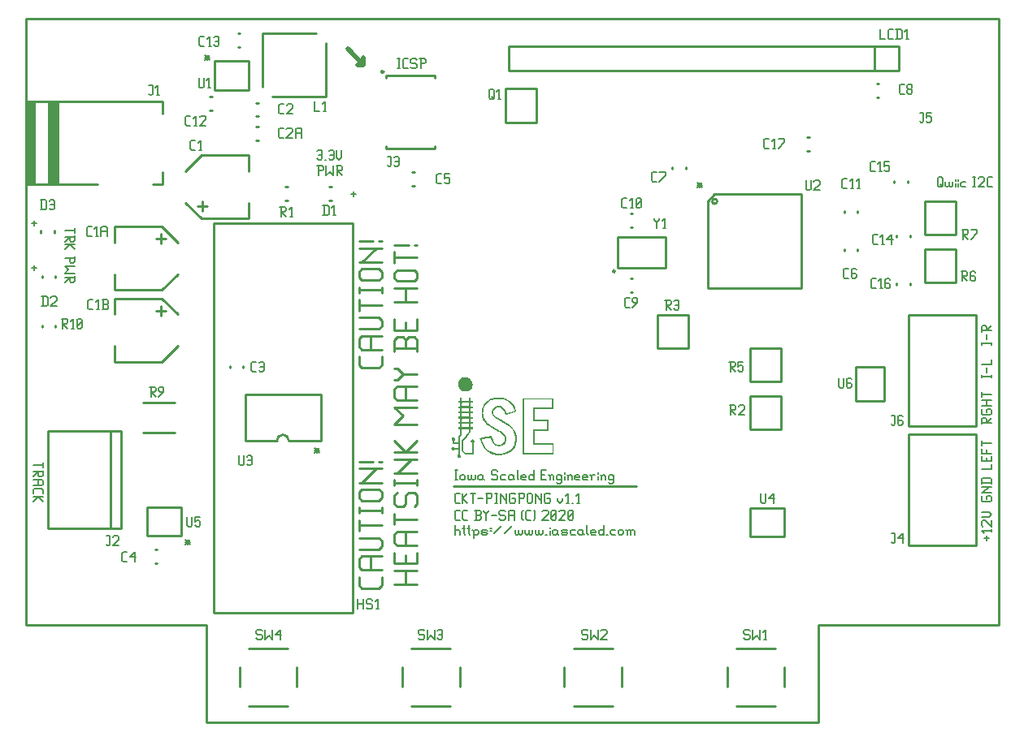
<source format=gbr>
G04 start of page 8 for group -4079 idx -4079 *
G04 Title: (unknown), topsilk *
G04 Creator: pcb 20140316 *
G04 CreationDate: Thu 20 Aug 2020 03:11:42 AM GMT UTC *
G04 For: railfan *
G04 Format: Gerber/RS-274X *
G04 PCB-Dimensions (mil): 4000.00 2900.00 *
G04 PCB-Coordinate-Origin: lower left *
%MOIN*%
%FSLAX25Y25*%
%LNTOPSILK*%
%ADD111C,0.0093*%
%ADD110C,0.0080*%
%ADD109C,0.0200*%
%ADD108C,0.0100*%
%ADD107C,0.0001*%
G54D107*G36*
X178043Y109209D02*X177647Y109480D01*
X177511Y109925D01*
X177565Y110240D01*
X177761Y110490D01*
X177891Y110604D01*
Y112486D01*
X177218D01*
X176741Y112481D01*
X176545Y112464D01*
X176453Y112340D01*
X176100Y112117D01*
X175672D01*
X175373Y112307D01*
X175189Y112600D01*
X175162Y112931D01*
X175270Y113224D01*
X175487Y113446D01*
X175802Y113566D01*
X176182Y113512D01*
X176491Y113273D01*
X176556Y113175D01*
X177224D01*
X177891Y113170D01*
Y114667D01*
X175558D01*
Y115400D01*
X175553Y116127D01*
X175455Y116197D01*
X175287Y116376D01*
X175178Y116593D01*
X175189Y117027D01*
X175373Y117315D01*
X175661Y117494D01*
X175997Y117526D01*
X176290Y117423D01*
X176513Y117201D01*
X176632Y116881D01*
X176578Y116506D01*
X176339Y116197D01*
X176242Y116127D01*
Y115351D01*
X177891D01*
Y117656D01*
X178357Y118248D01*
X178829Y118839D01*
Y120906D01*
X177918D01*
Y121693D01*
X182302D01*
Y123066D01*
X179486D01*
Y121693D01*
X178829D01*
Y123066D01*
X177918D01*
Y123825D01*
X178819D01*
Y125192D01*
X179502Y125219D01*
X179497Y124557D01*
X179491Y124086D01*
X179502Y123868D01*
X179567Y123858D01*
X179790Y123847D01*
X180224Y123841D01*
X180907Y123836D01*
X182302D01*
Y125219D01*
X179502D01*
X178819Y125192D01*
X177918D01*
Y125952D01*
X178829D01*
X179486Y125979D01*
X182302D01*
Y127352D01*
X179486D01*
Y125979D01*
X178829Y125952D01*
Y127324D01*
X177918D01*
Y128084D01*
X178819D01*
X178829Y129462D01*
X179486Y129505D01*
Y128827D01*
X179491Y128344D01*
X179508Y128127D01*
X179920Y128117D01*
X180907Y128111D01*
X182291D01*
X182296Y128800D01*
Y128816D01*
X182307Y129505D01*
X179486D01*
X178829Y129462D01*
X177918D01*
Y130222D01*
X178819D01*
Y131594D01*
X179502Y131648D01*
X179497Y130992D01*
X179491Y130515D01*
X179502Y130297D01*
X179567Y130287D01*
X179790Y130276D01*
X180224Y130270D01*
X180907Y130265D01*
X182307D01*
X182296Y130959D01*
X182291Y131648D01*
X179502D01*
X178819Y131594D01*
X177918D01*
Y132354D01*
X178829D01*
Y133596D01*
X179486D01*
Y132354D01*
X182302D01*
Y133596D01*
X182991D01*
Y132354D01*
X183902D01*
Y131594D01*
X182991D01*
Y130194D01*
X183902D01*
Y129435D01*
X182991D01*
Y128041D01*
X183902D01*
Y127281D01*
X182991D01*
Y125908D01*
X183902D01*
Y125149D01*
X182991D01*
Y123755D01*
X183902D01*
Y122995D01*
X182991D01*
Y121622D01*
X183902D01*
Y120836D01*
X182991D01*
X182985Y120250D01*
Y119658D01*
X181569Y117868D01*
X180148Y116083D01*
Y112074D01*
X181124Y111097D01*
X183544D01*
Y113219D01*
X183539Y114043D01*
Y114716D01*
X183533Y115172D01*
X183528Y115334D01*
X183403Y115427D01*
X183159Y115893D01*
X183294Y116409D01*
X183870Y116718D01*
X184472Y116447D01*
X184629Y115882D01*
X184331Y115372D01*
X184233Y115302D01*
Y110414D01*
X180842D01*
X179486Y111770D01*
Y116344D01*
X180896Y118123D01*
X182302Y119903D01*
Y120841D01*
X179486D01*
Y118503D01*
X178574Y117353D01*
Y110522D01*
X178640Y110490D01*
X178819Y110321D01*
X178949Y110088D01*
X178916Y109573D01*
X178569Y109193D01*
X178303Y109133D01*
X178043Y109144D01*
Y109209D01*
G37*
G36*
X193885Y110229D02*X192067Y110571D01*
X190483Y111293D01*
X189376Y112171D01*
X188432Y113278D01*
X187570Y114841D01*
X186924Y116696D01*
X186826Y117065D01*
X189246Y117581D01*
X190179Y117781D01*
X190955Y117944D01*
X191481Y118047D01*
X191682Y118080D01*
X191736Y117868D01*
X191785Y117618D01*
X191867Y117282D01*
X192230Y116257D01*
X192745Y115432D01*
X193391Y114824D01*
X194162Y114461D01*
X194400Y114418D01*
X194796Y114401D01*
X195187Y114418D01*
X195442Y114461D01*
X196462Y115047D01*
X197021Y116083D01*
X197075Y116712D01*
X197021Y117309D01*
X197623Y117483D01*
X197661Y116067D01*
X197303Y115117D01*
X196673Y114385D01*
X195816Y113924D01*
X194780Y113756D01*
X193451Y114059D01*
X192382Y114884D01*
X191590Y116127D01*
X191389Y116653D01*
X191243Y117157D01*
X191194Y117326D01*
X191145Y117342D01*
X190993Y117315D01*
X190635Y117239D01*
X190109Y117125D01*
X189479Y116989D01*
X188329Y116745D01*
X187792Y116626D01*
X187629Y116577D01*
Y116544D01*
X187678Y116360D01*
X187803Y115991D01*
X187949Y115584D01*
X188074Y115258D01*
X189072Y113479D01*
X190358Y112150D01*
X191932Y111282D01*
X193803Y110864D01*
X194199Y110853D01*
X194747D01*
X195295Y110869D01*
X195718Y110902D01*
X197048Y111157D01*
X198209Y111591D01*
X199109Y112123D01*
X199863Y112779D01*
X200466Y113560D01*
X200932Y114466D01*
X201160Y115161D01*
X201317Y115947D01*
X201366Y116902D01*
X201317Y117836D01*
X201090Y118823D01*
X200732Y119713D01*
X200211Y120532D01*
X199527Y121313D01*
X198827Y121959D01*
X198019Y122556D01*
X196945Y123217D01*
X195453Y124047D01*
X194308Y124682D01*
X193516Y125160D01*
X192963Y125561D01*
X192534Y125963D01*
X191986Y126749D01*
X191818Y127617D01*
X191964Y128659D01*
X192398Y129473D01*
X193103Y130037D01*
X194058Y130319D01*
X194639Y130336D01*
X195214Y130270D01*
X195984Y129977D01*
X196652Y129451D01*
X197227Y128686D01*
X197721Y127666D01*
X197807Y127466D01*
X197867Y127422D01*
X198030Y127471D01*
X198409Y127574D01*
X198919Y127726D01*
X199505Y127894D01*
X200081Y128062D01*
X200580Y128214D01*
X200938Y128317D01*
X201079Y128361D01*
X201052Y128485D01*
X200965Y128762D01*
X200840Y129104D01*
X200721Y129419D01*
X200043Y130634D01*
X199153Y131638D01*
X198079Y132413D01*
X196825Y132940D01*
X195068Y133243D01*
X193147Y133157D01*
X191400Y132696D01*
X190000Y131860D01*
X189300Y131133D01*
X188758Y130249D01*
X188389Y129223D01*
X188188Y128073D01*
X188161Y127297D01*
X188199Y126587D01*
X188438Y125605D01*
X188877Y124699D01*
X189517Y123858D01*
X190380Y123066D01*
X190922Y122659D01*
X191552Y122246D01*
X192355Y121769D01*
X193440Y121161D01*
X194167Y120760D01*
X194709Y120451D01*
X195133Y120196D01*
X195507Y119957D01*
X196939Y118747D01*
X197623Y117483D01*
X197021Y117309D01*
X196424Y118378D01*
X195165Y119425D01*
X194802Y119658D01*
X194395Y119903D01*
X193879Y120196D01*
X193185Y120575D01*
X191807Y121351D01*
X190792Y121980D01*
X190017Y122545D01*
X189360Y123125D01*
X188611Y123966D01*
X188074Y124850D01*
X187656Y126033D01*
X187526Y127346D01*
X187618Y128632D01*
X187911Y129831D01*
X188671Y131355D01*
X189832Y132538D01*
X191362Y133363D01*
X193234Y133802D01*
X194693Y133884D01*
X196077Y133759D01*
X197352Y133433D01*
X198491Y132907D01*
X199630Y132061D01*
X200569Y130976D01*
X201296Y129674D01*
X201789Y128171D01*
X201849Y127916D01*
X199647Y127276D01*
X198784Y127032D01*
X198079Y126831D01*
X197601Y126701D01*
X197422Y126657D01*
X197346Y126858D01*
X197118Y127460D01*
X196858Y128035D01*
X196098Y129104D01*
X195149Y129636D01*
X194514Y129701D01*
X193863Y129652D01*
X193006Y129180D01*
X192669Y128719D01*
X192485Y128122D01*
X192447Y127639D01*
X192485Y127227D01*
X192832Y126576D01*
X193559Y125908D01*
X193912Y125664D01*
X194351Y125388D01*
X194926Y125062D01*
X195697Y124639D01*
X196565Y124167D01*
X197248Y123782D01*
X197807Y123451D01*
X198285Y123142D01*
X199511Y122214D01*
X200477Y121226D01*
X201204Y120174D01*
X201692Y119034D01*
X201968Y117662D01*
X201974Y116230D01*
X201719Y114830D01*
X201209Y113566D01*
X200412Y112448D01*
X199370Y111537D01*
X198100Y110859D01*
X196635Y110414D01*
X195257Y110240D01*
X193885Y110235D01*
Y110229D01*
G37*
G36*
X204470Y122035D02*X205110Y122040D01*
X205104Y111141D01*
X216530D01*
Y114298D01*
X208756D01*
Y120819D01*
X214441D01*
Y123988D01*
X208756D01*
Y129771D01*
X216216D01*
Y132940D01*
X205121D01*
X205110Y122040D01*
X204470Y122035D01*
Y133564D01*
X216850D01*
Y129153D01*
X209390D01*
Y124633D01*
X215071D01*
Y120223D01*
X209407D01*
X209396Y117591D01*
X209390Y114960D01*
X217154D01*
Y110522D01*
X204470D01*
Y122035D01*
G37*
G36*
X180441Y136282D02*X179556Y136569D01*
X178791Y137128D01*
X178243Y137860D01*
X177956Y138723D01*
X177918Y139363D01*
X177999Y139982D01*
X178309Y140747D01*
X178829Y141398D01*
X179676Y141973D01*
X180647Y142216D01*
X181656Y142129D01*
X182600Y141702D01*
X183153Y141197D01*
X183577Y140579D01*
X183810Y139895D01*
X183880Y139168D01*
X183772Y138441D01*
X183506Y137768D01*
X183099Y137220D01*
X182584Y136775D01*
X181982Y136455D01*
X181331Y136282D01*
X180880Y136260D01*
X180441Y136282D01*
G37*
G54D108*X399500Y40500D02*Y289500D01*
X325500Y500D02*Y40500D01*
X399500D01*
X500Y289500D02*Y40500D01*
X399500Y289500D02*X500D01*
Y40500D02*X74500D01*
G54D109*X139000Y270500D02*Y273500D01*
Y270500D02*X136500D01*
G54D108*X74500Y40500D02*Y500D01*
X325500D01*
X176000Y97500D02*X251000D01*
G54D109*X132500Y277000D02*X139000Y270500D01*
G54D110*X153000Y273000D02*X154000D01*
X153500D02*Y269000D01*
X153000D02*X154000D01*
X155700D02*X157200D01*
X155200Y269500D02*X155700Y269000D01*
X155200Y272500D02*Y269500D01*
Y272500D02*X155700Y273000D01*
X157200D01*
X160400D02*X160900Y272500D01*
X158900Y273000D02*X160400D01*
X158400Y272500D02*X158900Y273000D01*
X158400Y272500D02*Y271500D01*
X158900Y271000D01*
X160400D01*
X160900Y270500D01*
Y269500D01*
X160400Y269000D02*X160900Y269500D01*
X158900Y269000D02*X160400D01*
X158400Y269500D02*X158900Y269000D01*
X162600Y273000D02*Y269000D01*
X162100Y273000D02*X164100D01*
X164600Y272500D01*
Y271500D01*
X164100Y271000D02*X164600Y271500D01*
X162600Y271000D02*X164100D01*
X120000Y235000D02*X120500Y235500D01*
X121500D01*
X122000Y235000D01*
Y232000D01*
X121500Y231500D02*X122000Y232000D01*
X120500Y231500D02*X121500D01*
X120000Y232000D02*X120500Y231500D01*
Y233500D02*X122000D01*
X123200Y231500D02*X123700D01*
X124900Y235000D02*X125400Y235500D01*
X126400D01*
X126900Y235000D01*
Y232000D01*
X126400Y231500D02*X126900Y232000D01*
X125400Y231500D02*X126400D01*
X124900Y232000D02*X125400Y231500D01*
Y233500D02*X126900D01*
X128100Y235500D02*Y232500D01*
X129100Y231500D01*
X130100Y232500D01*
Y235500D02*Y232500D01*
X120500Y229000D02*Y225000D01*
X120000Y229000D02*X122000D01*
X122500Y228500D01*
Y227500D01*
X122000Y227000D02*X122500Y227500D01*
X120500Y227000D02*X122000D01*
X123700Y229000D02*Y225000D01*
X125200Y226500D01*
X126700Y225000D01*
Y229000D02*Y225000D01*
X127900Y229000D02*X129900D01*
X130400Y228500D01*
Y227500D01*
X129900Y227000D02*X130400Y227500D01*
X128400Y227000D02*X129900D01*
X128400Y229000D02*Y225000D01*
Y227000D02*X130400Y225000D01*
X134000Y217500D02*X136000D01*
X135000Y218500D02*Y216500D01*
X74000Y274500D02*X76000Y272500D01*
X74000D02*X76000Y274500D01*
X74000Y273500D02*X76000D01*
X75000Y274500D02*Y272500D01*
X176500Y104000D02*X177500D01*
X177000D02*Y100000D01*
X176500D02*X177500D01*
X178700Y101500D02*Y100500D01*
Y101500D02*X179200Y102000D01*
X180200D01*
X180700Y101500D01*
Y100500D01*
X180200Y100000D02*X180700Y100500D01*
X179200Y100000D02*X180200D01*
X178700Y100500D02*X179200Y100000D01*
X181900Y102000D02*Y100500D01*
X182400Y100000D01*
X182900D01*
X183400Y100500D01*
Y102000D02*Y100500D01*
X183900Y100000D01*
X184400D01*
X184900Y100500D01*
Y102000D02*Y100500D01*
X187600Y102000D02*X188100Y101500D01*
X186600Y102000D02*X187600D01*
X186100Y101500D02*X186600Y102000D01*
X186100Y101500D02*Y100500D01*
X186600Y100000D01*
X188100Y102000D02*Y100500D01*
X188600Y100000D01*
X186600D02*X187600D01*
X188100Y100500D01*
X193600Y104000D02*X194100Y103500D01*
X192100Y104000D02*X193600D01*
X191600Y103500D02*X192100Y104000D01*
X191600Y103500D02*Y102500D01*
X192100Y102000D01*
X193600D01*
X194100Y101500D01*
Y100500D01*
X193600Y100000D02*X194100Y100500D01*
X192100Y100000D02*X193600D01*
X191600Y100500D02*X192100Y100000D01*
X195800Y102000D02*X197300D01*
X195300Y101500D02*X195800Y102000D01*
X195300Y101500D02*Y100500D01*
X195800Y100000D01*
X197300D01*
X200000Y102000D02*X200500Y101500D01*
X199000Y102000D02*X200000D01*
X198500Y101500D02*X199000Y102000D01*
X198500Y101500D02*Y100500D01*
X199000Y100000D01*
X200500Y102000D02*Y100500D01*
X201000Y100000D01*
X199000D02*X200000D01*
X200500Y100500D01*
X202200Y104000D02*Y100500D01*
X202700Y100000D01*
X204200D02*X205700D01*
X203700Y100500D02*X204200Y100000D01*
X203700Y101500D02*Y100500D01*
Y101500D02*X204200Y102000D01*
X205200D01*
X205700Y101500D01*
X203700Y101000D02*X205700D01*
Y101500D02*Y101000D01*
X208900Y104000D02*Y100000D01*
X208400D02*X208900Y100500D01*
X207400Y100000D02*X208400D01*
X206900Y100500D02*X207400Y100000D01*
X206900Y101500D02*Y100500D01*
Y101500D02*X207400Y102000D01*
X208400D01*
X208900Y101500D01*
X211900Y102000D02*X213400D01*
X211900Y100000D02*X213900D01*
X211900Y104000D02*Y100000D01*
Y104000D02*X213900D01*
X215600Y101500D02*Y100000D01*
Y101500D02*X216100Y102000D01*
X216600D01*
X217100Y101500D01*
Y100000D01*
X215100Y102000D02*X215600Y101500D01*
X219800Y102000D02*X220300Y101500D01*
X218800Y102000D02*X219800D01*
X218300Y101500D02*X218800Y102000D01*
X218300Y101500D02*Y100500D01*
X218800Y100000D01*
X219800D01*
X220300Y100500D01*
X218300Y99000D02*X218800Y98500D01*
X219800D01*
X220300Y99000D01*
Y102000D02*Y99000D01*
X221500Y103000D02*Y102500D01*
Y101500D02*Y100000D01*
X223000Y101500D02*Y100000D01*
Y101500D02*X223500Y102000D01*
X224000D01*
X224500Y101500D01*
Y100000D01*
X222500Y102000D02*X223000Y101500D01*
X226200Y100000D02*X227700D01*
X225700Y100500D02*X226200Y100000D01*
X225700Y101500D02*Y100500D01*
Y101500D02*X226200Y102000D01*
X227200D01*
X227700Y101500D01*
X225700Y101000D02*X227700D01*
Y101500D02*Y101000D01*
X229400Y100000D02*X230900D01*
X228900Y100500D02*X229400Y100000D01*
X228900Y101500D02*Y100500D01*
Y101500D02*X229400Y102000D01*
X230400D01*
X230900Y101500D01*
X228900Y101000D02*X230900D01*
Y101500D02*Y101000D01*
X232600Y101500D02*Y100000D01*
Y101500D02*X233100Y102000D01*
X234100D01*
X232100D02*X232600Y101500D01*
X235300Y103000D02*Y102500D01*
Y101500D02*Y100000D01*
X236800Y101500D02*Y100000D01*
Y101500D02*X237300Y102000D01*
X237800D01*
X238300Y101500D01*
Y100000D01*
X236300Y102000D02*X236800Y101500D01*
X241000Y102000D02*X241500Y101500D01*
X240000Y102000D02*X241000D01*
X239500Y101500D02*X240000Y102000D01*
X239500Y101500D02*Y100500D01*
X240000Y100000D01*
X241000D01*
X241500Y100500D01*
X239500Y99000D02*X240000Y98500D01*
X241000D01*
X241500Y99000D01*
Y102000D02*Y99000D01*
X177000Y83500D02*X178500D01*
X176500Y84000D02*X177000Y83500D01*
X176500Y87000D02*Y84000D01*
Y87000D02*X177000Y87500D01*
X178500D01*
X180200Y83500D02*X181700D01*
X179700Y84000D02*X180200Y83500D01*
X179700Y87000D02*Y84000D01*
Y87000D02*X180200Y87500D01*
X181700D01*
X184700Y83500D02*X186700D01*
X187200Y84000D01*
Y85000D02*Y84000D01*
X186700Y85500D02*X187200Y85000D01*
X185200Y85500D02*X186700D01*
X185200Y87500D02*Y83500D01*
X184700Y87500D02*X186700D01*
X187200Y87000D01*
Y86000D01*
X186700Y85500D02*X187200Y86000D01*
X188400Y87500D02*Y87000D01*
X189400Y86000D01*
X190400Y87000D01*
Y87500D02*Y87000D01*
X189400Y86000D02*Y83500D01*
X191600Y85500D02*X193600D01*
X196800Y87500D02*X197300Y87000D01*
X195300Y87500D02*X196800D01*
X194800Y87000D02*X195300Y87500D01*
X194800Y87000D02*Y86000D01*
X195300Y85500D01*
X196800D01*
X197300Y85000D01*
Y84000D01*
X196800Y83500D02*X197300Y84000D01*
X195300Y83500D02*X196800D01*
X194800Y84000D02*X195300Y83500D01*
X198500Y87000D02*Y83500D01*
Y87000D02*X199000Y87500D01*
X200500D01*
X201000Y87000D01*
Y83500D01*
X198500Y85500D02*X201000D01*
X204000Y84000D02*X204500Y83500D01*
X204000Y87000D02*X204500Y87500D01*
X204000Y87000D02*Y84000D01*
X206200Y83500D02*X207700D01*
X205700Y84000D02*X206200Y83500D01*
X205700Y87000D02*Y84000D01*
Y87000D02*X206200Y87500D01*
X207700D01*
X208900D02*X209400Y87000D01*
Y84000D01*
X208900Y83500D02*X209400Y84000D01*
X212400Y87000D02*X212900Y87500D01*
X214400D01*
X214900Y87000D01*
Y86000D01*
X212400Y83500D02*X214900Y86000D01*
X212400Y83500D02*X214900D01*
X216100Y84000D02*X216600Y83500D01*
X216100Y87000D02*Y84000D01*
Y87000D02*X216600Y87500D01*
X217600D01*
X218100Y87000D01*
Y84000D01*
X217600Y83500D02*X218100Y84000D01*
X216600Y83500D02*X217600D01*
X216100Y84500D02*X218100Y86500D01*
X219300Y87000D02*X219800Y87500D01*
X221300D01*
X221800Y87000D01*
Y86000D01*
X219300Y83500D02*X221800Y86000D01*
X219300Y83500D02*X221800D01*
X223000Y84000D02*X223500Y83500D01*
X223000Y87000D02*Y84000D01*
Y87000D02*X223500Y87500D01*
X224500D01*
X225000Y87000D01*
Y84000D01*
X224500Y83500D02*X225000Y84000D01*
X223500Y83500D02*X224500D01*
X223000Y84500D02*X225000Y86500D01*
G54D111*X146600Y60140D02*Y56660D01*
X145440Y55500D02*X146600Y56660D01*
X138480Y55500D02*X145440D01*
X138480D02*X137320Y56660D01*
Y60140D02*Y56660D01*
X138480Y62924D02*X146600D01*
X138480D02*X137320Y64084D01*
Y67564D02*Y64084D01*
Y67564D02*X138480Y68724D01*
X146600D01*
X141960D02*Y62924D01*
X137320Y71508D02*X145440D01*
X146600Y72668D01*
Y74988D02*Y72668D01*
Y74988D02*X145440Y76148D01*
X137320D02*X145440D01*
X137320Y83572D02*Y78932D01*
Y81252D02*X146600D01*
X137320Y88676D02*Y86356D01*
Y87516D02*X146600D01*
Y88676D02*Y86356D01*
X138480Y91460D02*X145440D01*
X138480D02*X137320Y92620D01*
Y94940D02*Y92620D01*
Y94940D02*X138480Y96100D01*
X145440D01*
X146600Y94940D02*X145440Y96100D01*
X146600Y94940D02*Y92620D01*
X145440Y91460D02*X146600Y92620D01*
X137320Y98884D02*X146600D01*
X137320D02*X138480D01*
X144280Y104684D01*
X137320D02*X146600D01*
X145440Y107468D02*X146600D01*
X137320D02*X143120D01*
G54D110*X177000Y90500D02*X178500D01*
X176500Y91000D02*X177000Y90500D01*
X176500Y94000D02*Y91000D01*
Y94000D02*X177000Y94500D01*
X178500D01*
X179700D02*Y90500D01*
Y92500D02*X181700Y94500D01*
X179700Y92500D02*X181700Y90500D01*
X182900Y94500D02*X184900D01*
X183900D02*Y90500D01*
X186100Y92500D02*X188100D01*
X189800Y94500D02*Y90500D01*
X189300Y94500D02*X191300D01*
X191800Y94000D01*
Y93000D01*
X191300Y92500D02*X191800Y93000D01*
X189800Y92500D02*X191300D01*
X193000Y94500D02*X194000D01*
X193500D02*Y90500D01*
X193000D02*X194000D01*
X195200Y94500D02*Y90500D01*
Y94500D02*Y94000D01*
X197700Y91500D01*
Y94500D02*Y90500D01*
X200900Y94500D02*X201400Y94000D01*
X199400Y94500D02*X200900D01*
X198900Y94000D02*X199400Y94500D01*
X198900Y94000D02*Y91000D01*
X199400Y90500D01*
X200900D01*
X201400Y91000D01*
Y92000D02*Y91000D01*
X200900Y92500D02*X201400Y92000D01*
X199900Y92500D02*X200900D01*
X203100Y94500D02*Y90500D01*
X202600Y94500D02*X204600D01*
X205100Y94000D01*
Y93000D01*
X204600Y92500D02*X205100Y93000D01*
X203100Y92500D02*X204600D01*
X206300Y94000D02*Y91000D01*
Y94000D02*X206800Y94500D01*
X207800D01*
X208300Y94000D01*
Y91000D01*
X207800Y90500D02*X208300Y91000D01*
X206800Y90500D02*X207800D01*
X206300Y91000D02*X206800Y90500D01*
X209500Y94500D02*Y90500D01*
Y94500D02*Y94000D01*
X212000Y91500D01*
Y94500D02*Y90500D01*
X215200Y94500D02*X215700Y94000D01*
X213700Y94500D02*X215200D01*
X213200Y94000D02*X213700Y94500D01*
X213200Y94000D02*Y91000D01*
X213700Y90500D01*
X215200D01*
X215700Y91000D01*
Y92000D02*Y91000D01*
X215200Y92500D02*X215700Y92000D01*
X214200Y92500D02*X215200D01*
X218700D02*Y91500D01*
X219700Y90500D01*
X220700Y91500D01*
Y92500D02*Y91500D01*
X222400Y90500D02*X223400D01*
X222900Y94500D02*Y90500D01*
X221900Y93500D02*X222900Y94500D01*
X224600Y90500D02*X225100D01*
X226800D02*X227800D01*
X227300Y94500D02*Y90500D01*
X226300Y93500D02*X227300Y94500D01*
X7500Y107000D02*Y105000D01*
X3500Y106000D02*X7500D01*
Y103800D02*Y101800D01*
X7000Y101300D01*
X6000D02*X7000D01*
X5500Y101800D02*X6000Y101300D01*
X5500Y103300D02*Y101800D01*
X3500Y103300D02*X7500D01*
X5500D02*X3500Y101300D01*
Y100100D02*X7000D01*
X7500Y99600D01*
Y98100D01*
X7000Y97600D01*
X3500D02*X7000D01*
X5500Y100100D02*Y97600D01*
X3500Y95900D02*Y94400D01*
X4000Y96400D02*X3500Y95900D01*
X4000Y96400D02*X7000D01*
X7500Y95900D01*
Y94400D01*
X3500Y93200D02*X7500D01*
X5500D02*X7500Y91200D01*
X5500Y93200D02*X3500Y91200D01*
X119000Y113000D02*X121000Y111000D01*
X119000D02*X121000Y113000D01*
X119000Y112000D02*X121000D01*
X120000Y113000D02*Y111000D01*
G54D111*X146600Y150640D02*Y147160D01*
X145440Y146000D02*X146600Y147160D01*
X138480Y146000D02*X145440D01*
X138480D02*X137320Y147160D01*
Y150640D02*Y147160D01*
X138480Y153424D02*X146600D01*
X138480D02*X137320Y154584D01*
Y158064D02*Y154584D01*
Y158064D02*X138480Y159224D01*
X146600D01*
X141960D02*Y153424D01*
X137320Y162008D02*X145440D01*
X146600Y163168D01*
Y165488D02*Y163168D01*
Y165488D02*X145440Y166648D01*
X137320D02*X145440D01*
X137320Y174072D02*Y169432D01*
Y171752D02*X146600D01*
X137320Y179176D02*Y176856D01*
Y178016D02*X146600D01*
Y179176D02*Y176856D01*
X138480Y181960D02*X145440D01*
X138480D02*X137320Y183120D01*
Y185440D02*Y183120D01*
Y185440D02*X138480Y186600D01*
X145440D01*
X146600Y185440D02*X145440Y186600D01*
X146600Y185440D02*Y183120D01*
X145440Y181960D02*X146600Y183120D01*
X137320Y189384D02*X146600D01*
X137320D02*X138480D01*
X144280Y195184D01*
X137320D02*X146600D01*
X145440Y197968D02*X146600D01*
X137320D02*X143120D01*
G54D110*X3000Y187000D02*X5000D01*
X4000Y188000D02*Y186000D01*
X66000Y75500D02*X68000Y73500D01*
X66000D02*X68000Y75500D01*
X66000Y74500D02*X68000D01*
X67000Y75500D02*Y73500D01*
G54D111*X151820Y57000D02*X161100D01*
X151820Y62800D02*X161100D01*
X156460D02*Y57000D01*
Y69064D02*Y65584D01*
X161100Y70224D02*Y65584D01*
X151820D02*X161100D01*
X151820Y70224D02*Y65584D01*
X152980Y73008D02*X161100D01*
X152980D02*X151820Y74168D01*
Y77648D02*Y74168D01*
Y77648D02*X152980Y78808D01*
X161100D01*
X156460D02*Y73008D01*
X151820Y86232D02*Y81592D01*
Y83912D02*X161100D01*
X151820Y93656D02*X152980Y94816D01*
X151820Y93656D02*Y90176D01*
X152980Y89016D02*X151820Y90176D01*
X152980Y89016D02*X155300D01*
X156460Y90176D01*
Y93656D02*Y90176D01*
Y93656D02*X157620Y94816D01*
X159940D01*
X161100Y93656D02*X159940Y94816D01*
X161100Y93656D02*Y90176D01*
X159940Y89016D02*X161100Y90176D01*
X151820Y99920D02*Y97600D01*
Y98760D02*X161100D01*
Y99920D02*Y97600D01*
X151820Y102704D02*X161100D01*
X151820D02*X152980D01*
X158780Y108504D01*
X151820D02*X161100D01*
X151820Y111288D02*X161100D01*
X156460D02*X151820Y115928D01*
X156460Y111288D02*X161100Y115928D01*
X151820Y122888D02*X161100D01*
X151820D02*X155300Y126368D01*
X151820Y129848D01*
X161100D01*
X152980Y132632D02*X161100D01*
X152980D02*X151820Y133792D01*
Y137272D02*Y133792D01*
Y137272D02*X152980Y138432D01*
X161100D01*
X156460D02*Y132632D01*
X151820Y141216D02*X152980D01*
X155300Y143536D01*
X152980Y145856D01*
X151820D02*X152980D01*
X155300Y143536D02*X161100D01*
Y157456D02*Y152816D01*
Y157456D02*X159940Y158616D01*
X157620D02*X159940D01*
X156460Y157456D02*X157620Y158616D01*
X156460Y157456D02*Y153976D01*
X151820D02*X161100D01*
X151820Y157456D02*Y152816D01*
Y157456D02*X152980Y158616D01*
X155300D01*
X156460Y157456D02*X155300Y158616D01*
X156460Y164880D02*Y161400D01*
X161100Y166040D02*Y161400D01*
X151820D02*X161100D01*
X151820Y166040D02*Y161400D01*
Y173000D02*X161100D01*
X151820Y178800D02*X161100D01*
X156460D02*Y173000D01*
X152980Y181584D02*X159940D01*
X152980D02*X151820Y182744D01*
Y185064D02*Y182744D01*
Y185064D02*X152980Y186224D01*
X159940D01*
X161100Y185064D02*X159940Y186224D01*
X161100Y185064D02*Y182744D01*
X159940Y181584D02*X161100Y182744D01*
X151820Y193648D02*Y189008D01*
Y191328D02*X161100D01*
X159940Y196432D02*X161100D01*
X151820D02*X157620D01*
G54D110*X20500Y203500D02*Y201500D01*
X16500Y202500D02*X20500D01*
Y200300D02*Y198300D01*
X20000Y197800D01*
X19000D02*X20000D01*
X18500Y198300D02*X19000Y197800D01*
X18500Y199800D02*Y198300D01*
X16500Y199800D02*X20500D01*
X18500D02*X16500Y197800D01*
Y196600D02*X20500D01*
X18500D02*X20500Y194600D01*
X18500Y196600D02*X16500Y194600D01*
Y191100D02*X20500D01*
Y191600D02*Y189600D01*
X20000Y189100D01*
X19000D02*X20000D01*
X18500Y189600D02*X19000Y189100D01*
X18500Y191100D02*Y189600D01*
X16500Y187900D02*X20500D01*
X16500D02*X18000Y186400D01*
X16500Y184900D01*
X20500D01*
Y183700D02*Y181700D01*
X20000Y181200D01*
X19000D02*X20000D01*
X18500Y181700D02*X19000Y181200D01*
X18500Y183200D02*Y181700D01*
X16500Y183200D02*X20500D01*
X18500D02*X16500Y181200D01*
X3000Y205500D02*X5000D01*
X4000Y206500D02*Y204500D01*
X276000Y222000D02*X278000Y220000D01*
X276000D02*X278000Y222000D01*
X276000Y221000D02*X278000D01*
X277000Y222000D02*Y220000D01*
X176500Y81500D02*Y77500D01*
Y79000D02*X177000Y79500D01*
X178000D01*
X178500Y79000D01*
Y77500D01*
X180200Y81500D02*Y78000D01*
X180700Y77500D01*
X179700Y80000D02*X180700D01*
X182200Y81500D02*Y78000D01*
X182700Y77500D01*
X181700Y80000D02*X182700D01*
X184200Y79000D02*Y76000D01*
X183700Y79500D02*X184200Y79000D01*
X184700Y79500D01*
X185700D01*
X186200Y79000D01*
Y78000D01*
X185700Y77500D02*X186200Y78000D01*
X184700Y77500D02*X185700D01*
X184200Y78000D02*X184700Y77500D01*
X187900D02*X189400D01*
X189900Y78000D01*
X189400Y78500D02*X189900Y78000D01*
X187900Y78500D02*X189400D01*
X187400Y79000D02*X187900Y78500D01*
X187400Y79000D02*X187900Y79500D01*
X189400D01*
X189900Y79000D01*
X187400Y78000D02*X187900Y77500D01*
X191100Y80000D02*X191600D01*
X191100Y79000D02*X191600D01*
X192800Y78000D02*X195800Y81000D01*
X197000Y78000D02*X200000Y81000D01*
X201200Y79500D02*Y78000D01*
X201700Y77500D01*
X202200D01*
X202700Y78000D01*
Y79500D02*Y78000D01*
X203200Y77500D01*
X203700D01*
X204200Y78000D01*
Y79500D02*Y78000D01*
X205400Y79500D02*Y78000D01*
X205900Y77500D01*
X206400D01*
X206900Y78000D01*
Y79500D02*Y78000D01*
X207400Y77500D01*
X207900D01*
X208400Y78000D01*
Y79500D02*Y78000D01*
X209600Y79500D02*Y78000D01*
X210100Y77500D01*
X210600D01*
X211100Y78000D01*
Y79500D02*Y78000D01*
X211600Y77500D01*
X212100D01*
X212600Y78000D01*
Y79500D02*Y78000D01*
X213800Y77500D02*X214300D01*
X215500Y80500D02*Y80000D01*
Y79000D02*Y77500D01*
X218000Y79500D02*X218500Y79000D01*
X217000Y79500D02*X218000D01*
X216500Y79000D02*X217000Y79500D01*
X216500Y79000D02*Y78000D01*
X217000Y77500D01*
X218500Y79500D02*Y78000D01*
X219000Y77500D01*
X217000D02*X218000D01*
X218500Y78000D01*
X220700Y77500D02*X222200D01*
X222700Y78000D01*
X222200Y78500D02*X222700Y78000D01*
X220700Y78500D02*X222200D01*
X220200Y79000D02*X220700Y78500D01*
X220200Y79000D02*X220700Y79500D01*
X222200D01*
X222700Y79000D01*
X220200Y78000D02*X220700Y77500D01*
X224400Y79500D02*X225900D01*
X223900Y79000D02*X224400Y79500D01*
X223900Y79000D02*Y78000D01*
X224400Y77500D01*
X225900D01*
X228600Y79500D02*X229100Y79000D01*
X227600Y79500D02*X228600D01*
X227100Y79000D02*X227600Y79500D01*
X227100Y79000D02*Y78000D01*
X227600Y77500D01*
X229100Y79500D02*Y78000D01*
X229600Y77500D01*
X227600D02*X228600D01*
X229100Y78000D01*
X230800Y81500D02*Y78000D01*
X231300Y77500D01*
X232800D02*X234300D01*
X232300Y78000D02*X232800Y77500D01*
X232300Y79000D02*Y78000D01*
Y79000D02*X232800Y79500D01*
X233800D01*
X234300Y79000D01*
X232300Y78500D02*X234300D01*
Y79000D02*Y78500D01*
X237500Y81500D02*Y77500D01*
X237000D02*X237500Y78000D01*
X236000Y77500D02*X237000D01*
X235500Y78000D02*X236000Y77500D01*
X235500Y79000D02*Y78000D01*
Y79000D02*X236000Y79500D01*
X237000D01*
X237500Y79000D01*
X238700Y77500D02*X239200D01*
X240900Y79500D02*X242400D01*
X240400Y79000D02*X240900Y79500D01*
X240400Y79000D02*Y78000D01*
X240900Y77500D01*
X242400D01*
X243600Y79000D02*Y78000D01*
Y79000D02*X244100Y79500D01*
X245100D01*
X245600Y79000D01*
Y78000D01*
X245100Y77500D02*X245600Y78000D01*
X244100Y77500D02*X245100D01*
X243600Y78000D02*X244100Y77500D01*
X247300Y79000D02*Y77500D01*
Y79000D02*X247800Y79500D01*
X248300D01*
X248800Y79000D01*
Y77500D01*
Y79000D02*X249300Y79500D01*
X249800D01*
X250300Y79000D01*
Y77500D01*
X246800Y79500D02*X247300Y79000D01*
X374600Y223800D02*Y220800D01*
Y223800D02*X375100Y224300D01*
X376100D01*
X376600Y223800D01*
Y220800D01*
X376100Y220300D02*X376600Y220800D01*
X375100Y220300D02*X376100D01*
X374600Y220800D02*X375100Y220300D01*
X375600Y221300D02*X376600Y220300D01*
X377800Y222300D02*Y220800D01*
X378300Y220300D01*
X378800D01*
X379300Y220800D01*
Y222300D02*Y220800D01*
X379800Y220300D01*
X380300D01*
X380800Y220800D01*
Y222300D02*Y220800D01*
X382000Y223300D02*Y222800D01*
Y221800D02*Y220300D01*
X383000Y223300D02*Y222800D01*
Y221800D02*Y220300D01*
X384500Y222300D02*X386000D01*
X384000Y221800D02*X384500Y222300D01*
X384000Y221800D02*Y220800D01*
X384500Y220300D01*
X386000D01*
X389000Y224300D02*X390000D01*
X389500D02*Y220300D01*
X389000D02*X390000D01*
X391200Y223800D02*X391700Y224300D01*
X393200D01*
X393700Y223800D01*
Y222800D01*
X391200Y220300D02*X393700Y222800D01*
X391200Y220300D02*X393700D01*
X395400D02*X396900D01*
X394900Y220800D02*X395400Y220300D01*
X394900Y223800D02*Y220800D01*
Y223800D02*X395400Y224300D01*
X396900D01*
X394500Y77000D02*Y75000D01*
X393500Y76000D02*X395500D01*
X396500Y79700D02*Y78700D01*
X392500Y79200D02*X396500D01*
X393500Y78200D02*X392500Y79200D01*
X393000Y80900D02*X392500Y81400D01*
Y82900D02*Y81400D01*
Y82900D02*X393000Y83400D01*
X394000D01*
X396500Y80900D02*X394000Y83400D01*
X396500D02*Y80900D01*
X392500Y84600D02*X395500D01*
X396500Y85600D01*
X395500Y86600D01*
X392500D02*X395500D01*
X392500Y93000D02*X393000Y93500D01*
X392500Y93000D02*Y91500D01*
X393000Y91000D02*X392500Y91500D01*
X393000Y91000D02*X396000D01*
X396500Y91500D01*
Y93000D02*Y91500D01*
Y93000D02*X396000Y93500D01*
X395000D02*X396000D01*
X394500Y93000D02*X395000Y93500D01*
X394500Y93000D02*Y92000D01*
X392500Y94700D02*X396500D01*
X392500D02*X393000D01*
X395500Y97200D01*
X392500D02*X396500D01*
X392500Y98900D02*X396500D01*
X392500Y100400D02*X393000Y100900D01*
X396000D01*
X396500Y100400D02*X396000Y100900D01*
X396500Y100400D02*Y98400D01*
X392500Y100400D02*Y98400D01*
Y104500D02*X396500D01*
Y106500D02*Y104500D01*
X394500Y109200D02*Y107700D01*
X396500Y109700D02*Y107700D01*
X392500D02*X396500D01*
X392500Y109700D02*Y107700D01*
Y110900D02*X396500D01*
X392500Y112900D02*Y110900D01*
X394500Y112400D02*Y110900D01*
X392500Y116100D02*Y114100D01*
Y115100D02*X396500D01*
X392500Y125000D02*Y123000D01*
Y125000D02*X393000Y125500D01*
X394000D01*
X394500Y125000D02*X394000Y125500D01*
X394500Y125000D02*Y123500D01*
X392500D02*X396500D01*
X394500D02*X396500Y125500D01*
X392500Y128700D02*X393000Y129200D01*
X392500Y128700D02*Y127200D01*
X393000Y126700D02*X392500Y127200D01*
X393000Y126700D02*X396000D01*
X396500Y127200D01*
Y128700D02*Y127200D01*
Y128700D02*X396000Y129200D01*
X395000D02*X396000D01*
X394500Y128700D02*X395000Y129200D01*
X394500Y128700D02*Y127700D01*
X392500Y130400D02*X396500D01*
X392500Y132900D02*X396500D01*
X394500D02*Y130400D01*
X392500Y136100D02*Y134100D01*
Y135100D02*X396500D01*
X392500Y143000D02*Y142000D01*
Y142500D02*X396500D01*
Y143000D02*Y142000D01*
X394500Y146200D02*Y144200D01*
X392500Y147400D02*X396500D01*
Y149400D02*Y147400D01*
X392500Y156500D02*Y155500D01*
Y156000D02*X396500D01*
Y156500D02*Y155500D01*
X394500Y159700D02*Y157700D01*
X392500Y162900D02*Y160900D01*
Y162900D02*X393000Y163400D01*
X394000D01*
X394500Y162900D02*X394000Y163400D01*
X394500Y162900D02*Y161400D01*
X392500D02*X396500D01*
X394500D02*X396500Y163400D01*
G54D108*X349564Y262755D02*X350350D01*
X349564Y257245D02*X350350D01*
X321107Y240755D02*X321893D01*
X321107Y235245D02*X321893D01*
X336245Y194893D02*Y194107D01*
X341755Y194893D02*Y194107D01*
Y210393D02*Y209607D01*
X336245Y210393D02*Y209607D01*
X369401Y181010D02*X381999D01*
X369401Y194790D02*Y181010D01*
Y194790D02*X381999D01*
Y181010D01*
X369401Y200610D02*X381999D01*
X369401Y214390D02*Y200610D01*
Y214390D02*X381999D01*
Y200610D01*
X363255Y200493D02*Y199707D01*
X357745Y200493D02*Y199707D01*
X356745Y222893D02*Y222107D01*
X362255Y222893D02*Y222107D01*
X357745Y180893D02*Y180107D01*
X363255Y180893D02*Y180107D01*
X6745Y202350D02*Y201564D01*
X12255Y202350D02*Y201564D01*
X30000Y221500D02*X500D01*
Y255500D01*
X56500D01*
Y250500D01*
X52500Y221500D02*X56500D01*
Y226500D01*
X500Y221500D02*Y255500D01*
X1000Y221500D02*Y255500D01*
X1500Y221500D02*Y255500D01*
X2000Y221500D02*Y255500D01*
X2500Y221500D02*Y255500D01*
X3000Y221500D02*Y255500D01*
X3500Y221500D02*Y255500D01*
X4000Y221500D02*Y255500D01*
X13500Y221500D02*Y255500D01*
X13000Y221500D02*Y255500D01*
X12500Y221500D02*Y255500D01*
X12000Y221500D02*Y255500D01*
X11500Y221500D02*Y255500D01*
X11000Y221500D02*Y255500D01*
X10500Y221500D02*Y255500D01*
X10000Y221500D02*Y255500D01*
X91992Y213804D02*Y207308D01*
Y233292D02*Y226796D01*
X72504Y233292D02*X91992D01*
X72504Y207308D02*X91992D01*
X72504Y233292D02*X66008Y226796D01*
X72504Y207308D02*X66008Y213804D01*
X73000Y214300D02*Y210300D01*
X71000Y212300D02*X75000D01*
X95107Y249345D02*X95893D01*
X95107Y254855D02*X95893D01*
X76107Y257255D02*X76893D01*
X76107Y251745D02*X76893D01*
X78100Y272000D02*X92000D01*
X78100D02*Y260200D01*
X92000D01*
Y272000D02*Y260200D01*
X95107Y239445D02*X95893D01*
X95107Y244955D02*X95893D01*
X159064Y226255D02*X159850D01*
X159064Y220745D02*X159850D01*
X148360Y266100D02*X168360D01*
X148360Y236100D02*X168360D01*
Y266100D02*Y265100D01*
Y237100D02*Y236100D01*
X148360Y237100D02*Y236100D01*
Y266100D02*Y265100D01*
X146360Y267600D02*G75*G03X146360Y267600I500J0D01*G01*
X97550Y283450D02*Y261450D01*
Y283450D02*X119550D01*
X123550Y279450D02*Y257450D01*
X101550D02*X123550D01*
X87607Y283255D02*X88393D01*
X87607Y277745D02*X88393D01*
X121500Y135000D02*Y116000D01*
X90500Y135000D02*X121500D01*
X90500D02*Y116000D01*
X108500D02*X121500D01*
X90500D02*X103500D01*
X108500D02*G75*G03X103500Y116000I-2500J0D01*G01*
X107064Y220255D02*X107850D01*
X107064Y214745D02*X107850D01*
X89755Y146893D02*Y146107D01*
X84245Y146893D02*Y146107D01*
X125107Y220255D02*X125893D01*
X125107Y214745D02*X125893D01*
X7245Y163393D02*Y162607D01*
X12755Y163393D02*Y162607D01*
X7245Y183893D02*Y183107D01*
X12755Y183893D02*Y183107D01*
X48500Y119400D02*X61500D01*
X48500Y131600D02*X61500D01*
X225426Y7189D02*X241174D01*
X221489Y22937D02*Y15063D01*
X225426Y30811D02*X241174D01*
X245111Y22937D02*Y15063D01*
X92126Y7189D02*X107874D01*
X88189Y22937D02*Y15063D01*
X92126Y30811D02*X107874D01*
X111811Y22937D02*Y15063D01*
X158826Y7189D02*X174574D01*
X154889Y22937D02*Y15063D01*
X158826Y30811D02*X174574D01*
X178511Y22937D02*Y15063D01*
X53607Y65745D02*X54393D01*
X53607Y71255D02*X54393D01*
X9700Y120000D02*Y80000D01*
X39700Y120000D02*Y80000D01*
X35300Y120000D02*Y80000D01*
X9700Y120000D02*X39700D01*
X9700Y80000D02*X39700D01*
X37008Y174492D02*Y167996D01*
Y155004D02*Y148508D01*
X56496D01*
X37008Y174492D02*X56496D01*
Y148508D02*X62992Y155004D01*
X56496Y174492D02*X62992Y167996D01*
X56000Y171500D02*Y167500D01*
X54000Y169500D02*X58000D01*
X37008Y203992D02*Y197496D01*
Y184504D02*Y178008D01*
X56496D01*
X37008Y203992D02*X56496D01*
Y178008D02*X62992Y184504D01*
X56496Y203992D02*X62992Y197496D01*
X56000Y201000D02*Y197000D01*
X54000Y199000D02*X58000D01*
X50400Y88800D02*X64300D01*
X50400D02*Y77000D01*
X64300D01*
Y88800D02*Y77000D01*
X77500Y205500D02*Y45500D01*
X134500Y205500D02*Y45500D01*
X77500D02*X134500D01*
X77500Y205500D02*X134500D01*
X292126Y7189D02*X307874D01*
X288189Y22937D02*Y15063D01*
X292126Y30811D02*X307874D01*
X311811Y22937D02*Y15063D01*
X297701Y134390D02*X310299D01*
Y120610D01*
X297701D02*X310299D01*
X297701Y134390D02*Y120610D01*
X297600Y76600D02*X311500D01*
Y88400D02*Y76600D01*
X297600Y88400D02*X311500D01*
X297600D02*Y76600D01*
X390173Y118834D02*Y73165D01*
X362614Y118834D02*X390173D01*
X362614D02*Y73165D01*
X390173D01*
X340900Y146400D02*Y132500D01*
X352700D01*
Y146400D01*
X340900D01*
X390173Y167834D02*Y122165D01*
X362614Y167834D02*X390173D01*
X362614D02*Y122165D01*
X390173D01*
X297701Y154190D02*X310299D01*
Y140410D01*
X297701D02*X310299D01*
X297701Y154190D02*Y140410D01*
X198500Y278000D02*X358500D01*
X198500D02*Y268000D01*
X358500D01*
Y278000D02*Y268000D01*
X348500Y278000D02*Y268000D01*
X358500D01*
X248607Y203745D02*X249393D01*
X248607Y209255D02*X249393D01*
X197200Y260800D02*Y246900D01*
X210000D01*
Y260800D01*
X197200D01*
X248521Y182755D02*X249307D01*
X248521Y177245D02*X249307D01*
X243374Y199771D02*Y187173D01*
Y199771D02*X263060D01*
Y187173D01*
X243374D02*X263060D01*
X241874Y185173D02*G75*G03X241874Y185173I0J500D01*G01*
X259701Y167890D02*X272299D01*
Y154110D01*
X259701D01*
Y167890D01*
X283115Y217285D02*X318785D01*
Y178715D01*
X280215D02*X318785D01*
X280215Y214385D02*Y178715D01*
Y214385D02*X283115Y217285D01*
X282115Y214385D02*G75*G03X282115Y214385I1000J0D01*G01*
X265745Y228393D02*Y227607D01*
X271255Y228393D02*Y227607D01*
G54D110*X367200Y250900D02*X368700D01*
Y247400D01*
X368200Y246900D02*X368700Y247400D01*
X367700Y246900D02*X368200D01*
X367200Y247400D02*X367700Y246900D01*
X369900Y250900D02*X371900D01*
X369900D02*Y248900D01*
X370400Y249400D01*
X371400D01*
X371900Y248900D01*
Y247400D01*
X371400Y246900D02*X371900Y247400D01*
X370400Y246900D02*X371400D01*
X369900Y247400D02*X370400Y246900D01*
X359406Y258418D02*X360906D01*
X358906Y258918D02*X359406Y258418D01*
X358906Y261918D02*Y258918D01*
Y261918D02*X359406Y262418D01*
X360906D01*
X362106Y258918D02*X362606Y258418D01*
X362106Y259918D02*Y258918D01*
Y259918D02*X362606Y260418D01*
X363606D01*
X364106Y259918D01*
Y258918D01*
X363606Y258418D02*X364106Y258918D01*
X362606Y258418D02*X363606D01*
X362106Y260918D02*X362606Y260418D01*
X362106Y261918D02*Y260918D01*
Y261918D02*X362606Y262418D01*
X363606D01*
X364106Y261918D01*
Y260918D01*
X363606Y260418D02*X364106Y260918D01*
X351000Y285000D02*Y281000D01*
X353000D01*
X354700D02*X356200D01*
X354200Y281500D02*X354700Y281000D01*
X354200Y284500D02*Y281500D01*
Y284500D02*X354700Y285000D01*
X356200D01*
X357900D02*Y281000D01*
X359400Y285000D02*X359900Y284500D01*
Y281500D01*
X359400Y281000D02*X359900Y281500D01*
X357400Y281000D02*X359400D01*
X357400Y285000D02*X359400D01*
X361600Y281000D02*X362600D01*
X362100Y285000D02*Y281000D01*
X361100Y284000D02*X362100Y285000D01*
X40500Y66400D02*X42000D01*
X40000Y66900D02*X40500Y66400D01*
X40000Y69900D02*Y66900D01*
Y69900D02*X40500Y70400D01*
X42000D01*
X43200Y68400D02*X45200Y70400D01*
X43200Y68400D02*X45700D01*
X45200Y70400D02*Y66400D01*
X33500Y77000D02*X35000D01*
Y73500D01*
X34500Y73000D02*X35000Y73500D01*
X34000Y73000D02*X34500D01*
X33500Y73500D02*X34000Y73000D01*
X36200Y76500D02*X36700Y77000D01*
X38200D01*
X38700Y76500D01*
Y75500D01*
X36200Y73000D02*X38700Y75500D01*
X36200Y73000D02*X38700D01*
X66800Y84900D02*Y81400D01*
X67300Y80900D01*
X68300D01*
X68800Y81400D01*
Y84900D02*Y81400D01*
X70000Y84900D02*X72000D01*
X70000D02*Y82900D01*
X70500Y83400D01*
X71500D01*
X72000Y82900D01*
Y81400D01*
X71500Y80900D02*X72000Y81400D01*
X70500Y80900D02*X71500D01*
X70000Y81400D02*X70500Y80900D01*
X68500Y235500D02*X70000D01*
X68000Y236000D02*X68500Y235500D01*
X68000Y239000D02*Y236000D01*
Y239000D02*X68500Y239500D01*
X70000D01*
X71700Y235500D02*X72700D01*
X72200Y239500D02*Y235500D01*
X71200Y238500D02*X72200Y239500D01*
X66550Y245507D02*X68050D01*
X66050Y246007D02*X66550Y245507D01*
X66050Y249007D02*Y246007D01*
Y249007D02*X66550Y249507D01*
X68050D01*
X69750Y245507D02*X70750D01*
X70250Y249507D02*Y245507D01*
X69250Y248507D02*X70250Y249507D01*
X71950Y249007D02*X72450Y249507D01*
X73950D01*
X74450Y249007D01*
Y248007D01*
X71950Y245507D02*X74450Y248007D01*
X71950Y245507D02*X74450D01*
X51000Y262000D02*X52500D01*
Y258500D01*
X52000Y258000D02*X52500Y258500D01*
X51500Y258000D02*X52000D01*
X51000Y258500D02*X51500Y258000D01*
X54200D02*X55200D01*
X54700Y262000D02*Y258000D01*
X53700Y261000D02*X54700Y262000D01*
X71500Y265000D02*Y261500D01*
X72000Y261000D01*
X73000D01*
X73500Y261500D01*
Y265000D02*Y261500D01*
X75200Y261000D02*X76200D01*
X75700Y265000D02*Y261000D01*
X74700Y264000D02*X75700Y265000D01*
X72307Y278150D02*X73807D01*
X71807Y278650D02*X72307Y278150D01*
X71807Y281650D02*Y278650D01*
Y281650D02*X72307Y282150D01*
X73807D01*
X75507Y278150D02*X76507D01*
X76007Y282150D02*Y278150D01*
X75007Y281150D02*X76007Y282150D01*
X77707Y281650D02*X78207Y282150D01*
X79207D01*
X79707Y281650D01*
Y278650D01*
X79207Y278150D02*X79707Y278650D01*
X78207Y278150D02*X79207D01*
X77707Y278650D02*X78207Y278150D01*
Y280150D02*X79707D01*
X88000Y110000D02*Y106500D01*
X88500Y106000D01*
X89500D01*
X90000Y106500D01*
Y110000D02*Y106500D01*
X91200Y109500D02*X91700Y110000D01*
X92700D01*
X93200Y109500D01*
Y106500D01*
X92700Y106000D02*X93200Y106500D01*
X91700Y106000D02*X92700D01*
X91200Y106500D02*X91700Y106000D01*
Y108000D02*X93200D01*
X7000Y214957D02*Y210957D01*
X8500Y214957D02*X9000Y214457D01*
Y211457D01*
X8500Y210957D02*X9000Y211457D01*
X6500Y210957D02*X8500D01*
X6500Y214957D02*X8500D01*
X10200Y214457D02*X10700Y214957D01*
X11700D01*
X12200Y214457D01*
Y211457D01*
X11700Y210957D02*X12200Y211457D01*
X10700Y210957D02*X11700D01*
X10200Y211457D02*X10700Y210957D01*
Y212957D02*X12200D01*
X26500Y170000D02*X28000D01*
X26000Y170500D02*X26500Y170000D01*
X26000Y173500D02*Y170500D01*
Y173500D02*X26500Y174000D01*
X28000D01*
X29700Y170000D02*X30700D01*
X30200Y174000D02*Y170000D01*
X29200Y173000D02*X30200Y174000D01*
X31900Y170000D02*X33900D01*
X34400Y170500D01*
Y171500D02*Y170500D01*
X33900Y172000D02*X34400Y171500D01*
X32400Y172000D02*X33900D01*
X32400Y174000D02*Y170000D01*
X31900Y174000D02*X33900D01*
X34400Y173500D01*
Y172500D01*
X33900Y172000D02*X34400Y172500D01*
X26000Y200000D02*X27500D01*
X25500Y200500D02*X26000Y200000D01*
X25500Y203500D02*Y200500D01*
Y203500D02*X26000Y204000D01*
X27500D01*
X29200Y200000D02*X30200D01*
X29700Y204000D02*Y200000D01*
X28700Y203000D02*X29700Y204000D01*
X31400Y203500D02*Y200000D01*
Y203500D02*X31900Y204000D01*
X33400D01*
X33900Y203500D01*
Y200000D01*
X31400Y202000D02*X33900D01*
X7500Y175400D02*Y171400D01*
X9000Y175400D02*X9500Y174900D01*
Y171900D01*
X9000Y171400D02*X9500Y171900D01*
X7000Y171400D02*X9000D01*
X7000Y175400D02*X9000D01*
X10700Y174900D02*X11200Y175400D01*
X12700D01*
X13200Y174900D01*
Y173900D01*
X10700Y171400D02*X13200Y173900D01*
X10700Y171400D02*X13200D01*
X15264Y166193D02*X17264D01*
X17764Y165693D01*
Y164693D01*
X17264Y164193D02*X17764Y164693D01*
X15764Y164193D02*X17264D01*
X15764Y166193D02*Y162193D01*
Y164193D02*X17764Y162193D01*
X19464D02*X20464D01*
X19964Y166193D02*Y162193D01*
X18964Y165193D02*X19964Y166193D01*
X21664Y162693D02*X22164Y162193D01*
X21664Y165693D02*Y162693D01*
Y165693D02*X22164Y166193D01*
X23164D01*
X23664Y165693D01*
Y162693D01*
X23164Y162193D02*X23664Y162693D01*
X22164Y162193D02*X23164D01*
X21664Y163193D02*X23664Y165193D01*
X51350Y138150D02*X53350D01*
X53850Y137650D01*
Y136650D01*
X53350Y136150D02*X53850Y136650D01*
X51850Y136150D02*X53350D01*
X51850Y138150D02*Y134150D01*
Y136150D02*X53850Y134150D01*
X55050D02*X57050Y136150D01*
Y137650D02*Y136150D01*
X56550Y138150D02*X57050Y137650D01*
X55550Y138150D02*X56550D01*
X55050Y137650D02*X55550Y138150D01*
X55050Y137650D02*Y136650D01*
X55550Y136150D01*
X57050D01*
X169657Y221700D02*X171157D01*
X169157Y222200D02*X169657Y221700D01*
X169157Y225200D02*Y222200D01*
Y225200D02*X169657Y225700D01*
X171157D01*
X172357D02*X174357D01*
X172357D02*Y223700D01*
X172857Y224200D01*
X173857D01*
X174357Y223700D01*
Y222200D01*
X173857Y221700D02*X174357Y222200D01*
X172857Y221700D02*X173857D01*
X172357Y222200D02*X172857Y221700D01*
X148900Y232860D02*X150400D01*
Y229360D01*
X149900Y228860D02*X150400Y229360D01*
X149400Y228860D02*X149900D01*
X148900Y229360D02*X149400Y228860D01*
X151600Y232360D02*X152100Y232860D01*
X153100D01*
X153600Y232360D01*
Y229360D01*
X153100Y228860D02*X153600Y229360D01*
X152100Y228860D02*X153100D01*
X151600Y229360D02*X152100Y228860D01*
Y230860D02*X153600D01*
X104914Y250400D02*X106414D01*
X104414Y250900D02*X104914Y250400D01*
X104414Y253900D02*Y250900D01*
Y253900D02*X104914Y254400D01*
X106414D01*
X107614Y253900D02*X108114Y254400D01*
X109614D01*
X110114Y253900D01*
Y252900D01*
X107614Y250400D02*X110114Y252900D01*
X107614Y250400D02*X110114D01*
X104793Y240450D02*X106293D01*
X104293Y240950D02*X104793Y240450D01*
X104293Y243950D02*Y240950D01*
Y243950D02*X104793Y244450D01*
X106293D01*
X107493Y243950D02*X107993Y244450D01*
X109493D01*
X109993Y243950D01*
Y242950D01*
X107493Y240450D02*X109993Y242950D01*
X107493Y240450D02*X109993D01*
X111193Y243950D02*Y240450D01*
Y243950D02*X111693Y244450D01*
X113193D01*
X113693Y243950D01*
Y240450D01*
X111193Y242450D02*X113693D01*
X119050Y255450D02*Y251450D01*
X121050D01*
X122750D02*X123750D01*
X123250Y255450D02*Y251450D01*
X122250Y254450D02*X123250Y255450D01*
X104807Y212150D02*X106807D01*
X107307Y211650D01*
Y210650D01*
X106807Y210150D02*X107307Y210650D01*
X105307Y210150D02*X106807D01*
X105307Y212150D02*Y208150D01*
Y210150D02*X107307Y208150D01*
X109007D02*X110007D01*
X109507Y212150D02*Y208150D01*
X108507Y211150D02*X109507Y212150D01*
X122936Y212650D02*Y208650D01*
X124436Y212650D02*X124936Y212150D01*
Y209150D01*
X124436Y208650D02*X124936Y209150D01*
X122436Y208650D02*X124436D01*
X122436Y212650D02*X124436D01*
X126636Y208650D02*X127636D01*
X127136Y212650D02*Y208650D01*
X126136Y211650D02*X127136Y212650D01*
X97000Y38500D02*X97500Y38000D01*
X95500Y38500D02*X97000D01*
X95000Y38000D02*X95500Y38500D01*
X95000Y38000D02*Y37000D01*
X95500Y36500D01*
X97000D01*
X97500Y36000D01*
Y35000D01*
X97000Y34500D02*X97500Y35000D01*
X95500Y34500D02*X97000D01*
X95000Y35000D02*X95500Y34500D01*
X98700Y38500D02*Y34500D01*
X100200Y36000D01*
X101700Y34500D01*
Y38500D02*Y34500D01*
X102900Y36500D02*X104900Y38500D01*
X102900Y36500D02*X105400D01*
X104900Y38500D02*Y34500D01*
X163500Y38500D02*X164000Y38000D01*
X162000Y38500D02*X163500D01*
X161500Y38000D02*X162000Y38500D01*
X161500Y38000D02*Y37000D01*
X162000Y36500D01*
X163500D01*
X164000Y36000D01*
Y35000D01*
X163500Y34500D02*X164000Y35000D01*
X162000Y34500D02*X163500D01*
X161500Y35000D02*X162000Y34500D01*
X165200Y38500D02*Y34500D01*
X166700Y36000D01*
X168200Y34500D01*
Y38500D02*Y34500D01*
X169400Y38000D02*X169900Y38500D01*
X170900D01*
X171400Y38000D01*
Y35000D01*
X170900Y34500D02*X171400Y35000D01*
X169900Y34500D02*X170900D01*
X169400Y35000D02*X169900Y34500D01*
Y36500D02*X171400D01*
X136500Y51000D02*Y47000D01*
X139000Y51000D02*Y47000D01*
X136500Y49000D02*X139000D01*
X142200Y51000D02*X142700Y50500D01*
X140700Y51000D02*X142200D01*
X140200Y50500D02*X140700Y51000D01*
X140200Y50500D02*Y49500D01*
X140700Y49000D01*
X142200D01*
X142700Y48500D01*
Y47500D01*
X142200Y47000D02*X142700Y47500D01*
X140700Y47000D02*X142200D01*
X140200Y47500D02*X140700Y47000D01*
X144400D02*X145400D01*
X144900Y51000D02*Y47000D01*
X143900Y50000D02*X144900Y51000D01*
X190500Y260000D02*Y257000D01*
Y260000D02*X191000Y260500D01*
X192000D01*
X192500Y260000D01*
Y257000D01*
X192000Y256500D02*X192500Y257000D01*
X191000Y256500D02*X192000D01*
X190500Y257000D02*X191000Y256500D01*
X191500Y257500D02*X192500Y256500D01*
X194200D02*X195200D01*
X194700Y260500D02*Y256500D01*
X193700Y259500D02*X194700Y260500D01*
X93500Y144500D02*X95000D01*
X93000Y145000D02*X93500Y144500D01*
X93000Y148000D02*Y145000D01*
Y148000D02*X93500Y148500D01*
X95000D01*
X96200Y148000D02*X96700Y148500D01*
X97700D01*
X98200Y148000D01*
Y145000D01*
X97700Y144500D02*X98200Y145000D01*
X96700Y144500D02*X97700D01*
X96200Y145000D02*X96700Y144500D01*
Y146500D02*X98200D01*
X230500Y38500D02*X231000Y38000D01*
X229000Y38500D02*X230500D01*
X228500Y38000D02*X229000Y38500D01*
X228500Y38000D02*Y37000D01*
X229000Y36500D01*
X230500D01*
X231000Y36000D01*
Y35000D01*
X230500Y34500D02*X231000Y35000D01*
X229000Y34500D02*X230500D01*
X228500Y35000D02*X229000Y34500D01*
X232200Y38500D02*Y34500D01*
X233700Y36000D01*
X235200Y34500D01*
Y38500D02*Y34500D01*
X236400Y38000D02*X236900Y38500D01*
X238400D01*
X238900Y38000D01*
Y37000D01*
X236400Y34500D02*X238900Y37000D01*
X236400Y34500D02*X238900D01*
X297000Y38500D02*X297500Y38000D01*
X295500Y38500D02*X297000D01*
X295000Y38000D02*X295500Y38500D01*
X295000Y38000D02*Y37000D01*
X295500Y36500D01*
X297000D01*
X297500Y36000D01*
Y35000D01*
X297000Y34500D02*X297500Y35000D01*
X295500Y34500D02*X297000D01*
X295000Y35000D02*X295500Y34500D01*
X298700Y38500D02*Y34500D01*
X300200Y36000D01*
X301700Y34500D01*
Y38500D02*Y34500D01*
X303400D02*X304400D01*
X303900Y38500D02*Y34500D01*
X302900Y37500D02*X303900Y38500D01*
X289200Y130600D02*X291200D01*
X291700Y130100D01*
Y129100D01*
X291200Y128600D02*X291700Y129100D01*
X289700Y128600D02*X291200D01*
X289700Y130600D02*Y126600D01*
Y128600D02*X291700Y126600D01*
X292900Y130100D02*X293400Y130600D01*
X294900D01*
X295400Y130100D01*
Y129100D01*
X292900Y126600D02*X295400Y129100D01*
X292900Y126600D02*X295400D01*
X302000Y94500D02*Y91000D01*
X302500Y90500D01*
X303500D01*
X304000Y91000D01*
Y94500D02*Y91000D01*
X305200Y92500D02*X307200Y94500D01*
X305200Y92500D02*X307700D01*
X307200Y94500D02*Y90500D01*
X355500Y78000D02*X357000D01*
Y74500D01*
X356500Y74000D02*X357000Y74500D01*
X356000Y74000D02*X356500D01*
X355500Y74500D02*X356000Y74000D01*
X358200Y76000D02*X360200Y78000D01*
X358200Y76000D02*X360700D01*
X360200Y78000D02*Y74000D01*
X355500Y126500D02*X357000D01*
Y123000D01*
X356500Y122500D02*X357000Y123000D01*
X356000Y122500D02*X356500D01*
X355500Y123000D02*X356000Y122500D01*
X359700Y126500D02*X360200Y126000D01*
X358700Y126500D02*X359700D01*
X358200Y126000D02*X358700Y126500D01*
X358200Y126000D02*Y123000D01*
X358700Y122500D01*
X359700Y124500D02*X360200Y124000D01*
X358200Y124500D02*X359700D01*
X358700Y122500D02*X359700D01*
X360200Y123000D01*
Y124000D02*Y123000D01*
X334100Y141900D02*Y138400D01*
X334600Y137900D01*
X335600D01*
X336100Y138400D01*
Y141900D02*Y138400D01*
X338800Y141900D02*X339300Y141400D01*
X337800Y141900D02*X338800D01*
X337300Y141400D02*X337800Y141900D01*
X337300Y141400D02*Y138400D01*
X337800Y137900D01*
X338800Y139900D02*X339300Y139400D01*
X337300Y139900D02*X338800D01*
X337800Y137900D02*X338800D01*
X339300Y138400D01*
Y139400D02*Y138400D01*
X289000Y148500D02*X291000D01*
X291500Y148000D01*
Y147000D01*
X291000Y146500D02*X291500Y147000D01*
X289500Y146500D02*X291000D01*
X289500Y148500D02*Y144500D01*
Y146500D02*X291500Y144500D01*
X292700Y148500D02*X294700D01*
X292700D02*Y146500D01*
X293200Y147000D01*
X294200D01*
X294700Y146500D01*
Y145000D01*
X294200Y144500D02*X294700Y145000D01*
X293200Y144500D02*X294200D01*
X292700Y145000D02*X293200Y144500D01*
X245500Y211700D02*X247000D01*
X245000Y212200D02*X245500Y211700D01*
X245000Y215200D02*Y212200D01*
Y215200D02*X245500Y215700D01*
X247000D01*
X248700Y211700D02*X249700D01*
X249200Y215700D02*Y211700D01*
X248200Y214700D02*X249200Y215700D01*
X250900Y212200D02*X251400Y211700D01*
X250900Y215200D02*Y212200D01*
Y215200D02*X251400Y215700D01*
X252400D01*
X252900Y215200D01*
Y212200D01*
X252400Y211700D02*X252900Y212200D01*
X251400Y211700D02*X252400D01*
X250900Y212700D02*X252900Y214700D01*
X258429Y207283D02*Y206783D01*
X259429Y205783D01*
X260429Y206783D01*
Y207283D02*Y206783D01*
X259429Y205783D02*Y203283D01*
X262129D02*X263129D01*
X262629Y207283D02*Y203283D01*
X261629Y206283D02*X262629Y207283D01*
X257714Y222500D02*X259214D01*
X257214Y223000D02*X257714Y222500D01*
X257214Y226000D02*Y223000D01*
Y226000D02*X257714Y226500D01*
X259214D01*
X260414Y222500D02*X262914Y225000D01*
Y226500D02*Y225000D01*
X260414Y226500D02*X262914D01*
X246786Y170800D02*X248286D01*
X246286Y171300D02*X246786Y170800D01*
X246286Y174300D02*Y171300D01*
Y174300D02*X246786Y174800D01*
X248286D01*
X249486Y170800D02*X251486Y172800D01*
Y174300D02*Y172800D01*
X250986Y174800D02*X251486Y174300D01*
X249986Y174800D02*X250986D01*
X249486Y174300D02*X249986Y174800D01*
X249486Y174300D02*Y173300D01*
X249986Y172800D01*
X251486D01*
X262700Y173800D02*X264700D01*
X265200Y173300D01*
Y172300D01*
X264700Y171800D02*X265200Y172300D01*
X263200Y171800D02*X264700D01*
X263200Y173800D02*Y169800D01*
Y171800D02*X265200Y169800D01*
X266400Y173300D02*X266900Y173800D01*
X267900D01*
X268400Y173300D01*
Y170300D01*
X267900Y169800D02*X268400Y170300D01*
X266900Y169800D02*X267900D01*
X266400Y170300D02*X266900Y169800D01*
Y171800D02*X268400D01*
X303807Y236150D02*X305307D01*
X303307Y236650D02*X303807Y236150D01*
X303307Y239650D02*Y236650D01*
Y239650D02*X303807Y240150D01*
X305307D01*
X307007Y236150D02*X308007D01*
X307507Y240150D02*Y236150D01*
X306507Y239150D02*X307507Y240150D01*
X309207Y236150D02*X311707Y238650D01*
Y240150D02*Y238650D01*
X309207Y240150D02*X311707D01*
X384300Y185600D02*X386300D01*
X386800Y185100D01*
Y184100D01*
X386300Y183600D02*X386800Y184100D01*
X384800Y183600D02*X386300D01*
X384800Y185600D02*Y181600D01*
Y183600D02*X386800Y181600D01*
X389500Y185600D02*X390000Y185100D01*
X388500Y185600D02*X389500D01*
X388000Y185100D02*X388500Y185600D01*
X388000Y185100D02*Y182100D01*
X388500Y181600D01*
X389500Y183600D02*X390000Y183100D01*
X388000Y183600D02*X389500D01*
X388500Y181600D02*X389500D01*
X390000Y182100D01*
Y183100D02*Y182100D01*
X320500Y223000D02*Y219500D01*
X321000Y219000D01*
X322000D01*
X322500Y219500D01*
Y223000D02*Y219500D01*
X323700Y222500D02*X324200Y223000D01*
X325700D01*
X326200Y222500D01*
Y221500D01*
X323700Y219000D02*X326200Y221500D01*
X323700Y219000D02*X326200D01*
X336486Y182800D02*X337986D01*
X335986Y183300D02*X336486Y182800D01*
X335986Y186300D02*Y183300D01*
Y186300D02*X336486Y186800D01*
X337986D01*
X340686D02*X341186Y186300D01*
X339686Y186800D02*X340686D01*
X339186Y186300D02*X339686Y186800D01*
X339186Y186300D02*Y183300D01*
X339686Y182800D01*
X340686Y184800D02*X341186Y184300D01*
X339186Y184800D02*X340686D01*
X339686Y182800D02*X340686D01*
X341186Y183300D01*
Y184300D02*Y183300D01*
X335850Y219650D02*X337350D01*
X335350Y220150D02*X335850Y219650D01*
X335350Y223150D02*Y220150D01*
Y223150D02*X335850Y223650D01*
X337350D01*
X339050Y219650D02*X340050D01*
X339550Y223650D02*Y219650D01*
X338550Y222650D02*X339550Y223650D01*
X341750Y219650D02*X342750D01*
X342250Y223650D02*Y219650D01*
X341250Y222650D02*X342250Y223650D01*
X384500Y202800D02*X386500D01*
X387000Y202300D01*
Y201300D01*
X386500Y200800D02*X387000Y201300D01*
X385000Y200800D02*X386500D01*
X385000Y202800D02*Y198800D01*
Y200800D02*X387000Y198800D01*
X388200D02*X390700Y201300D01*
Y202800D02*Y201300D01*
X388200Y202800D02*X390700D01*
X348393Y196750D02*X349893D01*
X347893Y197250D02*X348393Y196750D01*
X347893Y200250D02*Y197250D01*
Y200250D02*X348393Y200750D01*
X349893D01*
X351593Y196750D02*X352593D01*
X352093Y200750D02*Y196750D01*
X351093Y199750D02*X352093Y200750D01*
X353793Y198750D02*X355793Y200750D01*
X353793Y198750D02*X356293D01*
X355793Y200750D02*Y196750D01*
X347721Y178650D02*X349221D01*
X347221Y179150D02*X347721Y178650D01*
X347221Y182150D02*Y179150D01*
Y182150D02*X347721Y182650D01*
X349221D01*
X350921Y178650D02*X351921D01*
X351421Y182650D02*Y178650D01*
X350421Y181650D02*X351421Y182650D01*
X354621D02*X355121Y182150D01*
X353621Y182650D02*X354621D01*
X353121Y182150D02*X353621Y182650D01*
X353121Y182150D02*Y179150D01*
X353621Y178650D01*
X354621Y180650D02*X355121Y180150D01*
X353121Y180650D02*X354621D01*
X353621Y178650D02*X354621D01*
X355121Y179150D01*
Y180150D02*Y179150D01*
X347393Y226650D02*X348893D01*
X346893Y227150D02*X347393Y226650D01*
X346893Y230150D02*Y227150D01*
Y230150D02*X347393Y230650D01*
X348893D01*
X350593Y226650D02*X351593D01*
X351093Y230650D02*Y226650D01*
X350093Y229650D02*X351093Y230650D01*
X352793D02*X354793D01*
X352793D02*Y228650D01*
X353293Y229150D01*
X354293D01*
X354793Y228650D01*
Y227150D01*
X354293Y226650D02*X354793Y227150D01*
X353293Y226650D02*X354293D01*
X352793Y227150D02*X353293Y226650D01*
M02*

</source>
